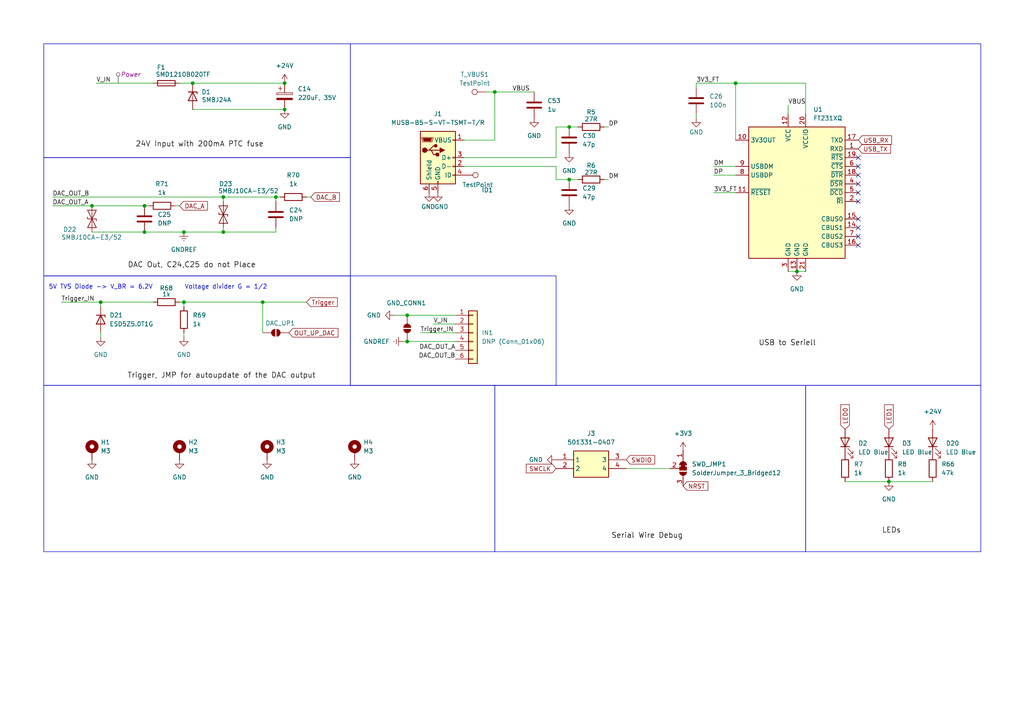
<source format=kicad_sch>
(kicad_sch (version 20231120) (generator "eeschema") (generator_version "8.0")
  (paper "A4")
  (lib_symbols
    (symbol "Connector:USB_B_Micro" (pin_names (offset 1.016))
      (property "Reference" "J" (at -5.08 11.43 0))
      (property "Value" "USB_B_Micro" (at -5.08 8.89 0))
      (symbol "USB_B_Micro_0_1"
        (rectangle (start -5.08 -7.62) (end 5.08 7.62) (stroke (width 0.254)) (fill (type background)))
        (circle (center -3.81 2.159) (radius 0.635) (stroke (width 0.254)) (fill (type outline)))
        (circle (center -0.635 3.429) (radius 0.381) (stroke (width 0.254)) (fill (type outline)))
        (rectangle (start -0.127 -7.62) (end 0.127 -6.858))
        (polyline (pts (xy -1.905 2.159) (xy 0.635 2.159)) (stroke (width 0.254)))
        (polyline (pts (xy -3.175 2.159) (xy -2.54 2.159) (xy -1.27 3.429) (xy -0.635 3.429)) (stroke (width 0.254)))
        (polyline (pts (xy -2.54 2.159) (xy -1.905 2.159) (xy -1.27 0.889) (xy 0 0.889)) (stroke (width 0.254)))
        (polyline (pts (xy 0.635 2.794) (xy 0.635 1.524) (xy 1.905 2.159) (xy 0.635 2.794)) (stroke (width 0.254)) (fill (type outline)))
        (polyline (pts (xy -4.318 5.588) (xy -1.778 5.588) (xy -2.032 4.826) (xy -4.064 4.826) (xy -4.318 5.588)) (fill (type outline)))
        (polyline (pts (xy -4.699 5.842) (xy -4.699 5.588) (xy -4.445 4.826) (xy -4.445 4.572) (xy -1.651 4.572) (xy -1.651 4.826) (xy -1.397 5.588) (xy -1.397 5.842) (xy -4.699 5.842)))
        (rectangle (start 0.254 1.27) (end -0.508 0.508) (stroke (width 0.254)) (fill (type outline)))
        (rectangle (start 5.08 -5.207) (end 4.318 -4.953))
        (rectangle (start 5.08 -2.667) (end 4.318 -2.413))
        (rectangle (start 5.08 -0.127) (end 4.318 0.127))
        (rectangle (start 5.08 4.953) (end 4.318 5.207))
      )
      (symbol "USB_B_Micro_1_1"
        (pin power_out line (at 7.62 5.08 180) (length 2.54) (name "VBUS") (number "1"))
        (pin bidirectional line (at 7.62 -2.54 180) (length 2.54) (name "D-") (number "2"))
        (pin bidirectional line (at 7.62 0 180) (length 2.54) (name "D+") (number "3"))
        (pin passive line (at 7.62 -5.08 180) (length 2.54) (name "ID") (number "4"))
        (pin power_out line (at 0 -10.16 90) (length 2.54) (name "GND") (number "5"))
        (pin passive line (at -2.54 -10.16 90) (length 2.54) (name "Shield") (number "6"))
      )
    )
    (symbol "Connector_Generic:Conn_01x06" (pin_names (offset 1.016) hide)
      (property "Reference" "J" (at 0 7.62 0))
      (property "Value" "Conn_01x06" (at 0 -10.16 0))
      (symbol "Conn_01x06_1_1"
        (rectangle (start -1.27 -7.493) (end 0 -7.747) (stroke (width 0.1524)))
        (rectangle (start -1.27 -4.953) (end 0 -5.207) (stroke (width 0.1524)))
        (rectangle (start -1.27 -2.413) (end 0 -2.667) (stroke (width 0.1524)))
        (rectangle (start -1.27 0.127) (end 0 -0.127) (stroke (width 0.1524)))
        (rectangle (start -1.27 2.667) (end 0 2.413) (stroke (width 0.1524)))
        (rectangle (start -1.27 5.207) (end 0 4.953) (stroke (width 0.1524)))
        (rectangle (start -1.27 6.35) (end 1.27 -8.89) (stroke (width 0.254)) (fill (type background)))
        (pin passive line (at -5.08 5.08 0) (length 3.81) (name "Pin_1") (number "1"))
        (pin passive line (at -5.08 2.54 0) (length 3.81) (name "Pin_2") (number "2"))
        (pin passive line (at -5.08 0 0) (length 3.81) (name "Pin_3") (number "3"))
        (pin passive line (at -5.08 -2.54 0) (length 3.81) (name "Pin_4") (number "4"))
        (pin passive line (at -5.08 -5.08 0) (length 3.81) (name "Pin_5") (number "5"))
        (pin passive line (at -5.08 -7.62 0) (length 3.81) (name "Pin_6") (number "6"))
      )
    )
    (symbol "Diode:PTVS22VZ1USK" (pin_numbers hide) (pin_names hide)
      (property "Reference" "D" (at 0 2.54 0))
      (property "Value" "PTVS22VZ1USK" (at 0 -2.54 0))
      (symbol "PTVS22VZ1USK_0_1"
        (polyline (pts (xy 1.27 0) (xy -1.27 0)))
        (polyline (pts (xy -1.27 -1.27) (xy -1.27 1.27) (xy -0.762 1.27)) (stroke (width 0.254)))
        (polyline (pts (xy 1.27 -1.27) (xy 1.27 1.27) (xy -1.27 0) (xy 1.27 -1.27)) (stroke (width 0.254)))
      )
      (symbol "PTVS22VZ1USK_1_1"
        (pin passive line (at -3.81 0 0) (length 2.54) (name "K") (number "1"))
        (pin passive line (at 3.81 0 180) (length 2.54) (name "A") (number "2"))
      )
    )
    (symbol "Diode:SMAJ7.5CA" (pin_numbers hide) (pin_names (offset 1.016) hide)
      (property "Reference" "D" (at 0 2.54 0))
      (property "Value" "SMAJ7.5CA" (at 0 -2.54 0))
      (symbol "SMAJ7.5CA_0_1"
        (polyline (pts (xy 1.27 0) (xy -1.27 0)))
        (polyline (pts (xy -2.54 -1.27) (xy 0 0) (xy -2.54 1.27) (xy -2.54 -1.27)) (stroke (width 0.2032)))
        (polyline (pts (xy 0.508 1.27) (xy 0 1.27) (xy 0 -1.27) (xy -0.508 -1.27)) (stroke (width 0.2032)))
        (polyline (pts (xy 2.54 1.27) (xy 2.54 -1.27) (xy 0 0) (xy 2.54 1.27)) (stroke (width 0.2032)))
      )
      (symbol "SMAJ7.5CA_1_1"
        (pin passive line (at -3.81 0 0) (length 2.54) (name "A1") (number "1"))
        (pin passive line (at 3.81 0 180) (length 2.54) (name "A2") (number "2"))
      )
    )
    (symbol "Jumper:SolderJumper_3_Bridged12" (pin_names (offset 0) hide) (exclude_from_sim yes) (in_bom no)
      (property "Reference" "JP" (at -2.54 -2.54 0))
      (property "Value" "SolderJumper_3_Bridged12" (at 0 2.794 0))
      (symbol "SolderJumper_3_Bridged12_0_1"
        (rectangle (start -1.016 0.508) (end -0.508 -0.508) (fill (type outline)))
        (arc (start -1.016 1.016) (mid -2.0276 0) (end -1.016 -1.016))
        (arc (start -1.016 1.016) (mid -2.0276 0) (end -1.016 -1.016) (fill (type outline)))
        (rectangle (start -0.508 1.016) (end 0.508 -1.016) (fill (type outline)))
        (polyline (pts (xy -2.54 0) (xy -2.032 0)))
        (polyline (pts (xy -1.016 1.016) (xy -1.016 -1.016)))
        (polyline (pts (xy 0 -1.27) (xy 0 -1.016)))
        (polyline (pts (xy 1.016 1.016) (xy 1.016 -1.016)))
        (polyline (pts (xy 2.54 0) (xy 2.032 0)))
        (arc (start 1.016 -1.016) (mid 2.0276 0) (end 1.016 1.016))
        (arc (start 1.016 -1.016) (mid 2.0276 0) (end 1.016 1.016) (fill (type outline)))
      )
      (symbol "SolderJumper_3_Bridged12_1_1"
        (pin passive line (at -5.08 0 0) (length 2.54) (name "A") (number "1"))
        (pin passive line (at 0 -3.81 90) (length 2.54) (name "C") (number "2"))
        (pin passive line (at 5.08 0 180) (length 2.54) (name "B") (number "3"))
      )
    )
    (symbol "Lib:+24V" (power) (pin_numbers hide) (pin_names (offset 0) hide)
      (property "Value" "+24V" (at 0 3.556 0))
      (symbol "+24V_0_1"
        (polyline (pts (xy -0.762 1.27) (xy 0 2.54)))
        (polyline (pts (xy 0 0) (xy 0 2.54)))
        (polyline (pts (xy 0 2.54) (xy 0.762 1.27)))
      )
      (symbol "+24V_1_1"
        (pin power_in line (at 0 0 90) (length 0) (name "~") (number "1"))
      )
    )
    (symbol "Lib:+3V3" (power) (pin_numbers hide) (pin_names (offset 0) hide)
      (property "Value" "+3V3" (at 0 3.556 0))
      (symbol "+3V3_0_1"
        (polyline (pts (xy -0.762 1.27) (xy 0 2.54)))
        (polyline (pts (xy 0 0) (xy 0 2.54)))
        (polyline (pts (xy 0 2.54) (xy 0.762 1.27)))
      )
      (symbol "+3V3_1_1"
        (pin power_in line (at 0 0 90) (length 0) (name "~") (number "1"))
      )
    )
    (symbol "Lib:501331-0407"
      (property "Reference" "J" (at 16.51 7.62 0))
      (property "Value" "501331-0407" (at 16.51 5.08 0))
      (symbol "501331-0407_1_1"
        (rectangle (start 5.08 2.54) (end 15.24 -5.08) (stroke (width 0.254)) (fill (type background)))
        (pin passive line (at 0 0 0) (length 5.08) (name "1") (number "1"))
        (pin passive line (at 0 -2.54 0) (length 5.08) (name "2") (number "2"))
        (pin passive line (at 20.32 0 180) (length 5.08) (name "3") (number "3"))
        (pin passive line (at 20.32 -2.54 180) (length 5.08) (name "4") (number "4"))
      )
    )
    (symbol "Lib:C" (pin_numbers hide) (pin_names (offset 0.254))
      (property "Reference" "C" (at 0.635 2.54 0))
      (property "Value" "C" (at 0.635 -2.54 0))
      (symbol "C_0_1"
        (polyline (pts (xy -2.032 -0.762) (xy 2.032 -0.762)) (stroke (width 0.508)))
        (polyline (pts (xy -2.032 0.762) (xy 2.032 0.762)) (stroke (width 0.508)))
      )
      (symbol "C_1_1"
        (pin passive line (at 0 3.81 270) (length 2.794) (name "~") (number "1"))
        (pin passive line (at 0 -3.81 90) (length 2.794) (name "~") (number "2"))
      )
    )
    (symbol "Lib:C_Polarized" (pin_numbers hide) (pin_names (offset 0.254))
      (property "Reference" "C" (at 0.635 2.54 0))
      (property "Value" "C_Polarized" (at 0.635 -2.54 0))
      (symbol "C_Polarized_0_1"
        (rectangle (start -2.286 0.508) (end 2.286 1.016))
        (polyline (pts (xy -1.778 2.286) (xy -0.762 2.286)))
        (polyline (pts (xy -1.27 2.794) (xy -1.27 1.778)))
        (rectangle (start 2.286 -0.508) (end -2.286 -1.016) (fill (type outline)))
      )
      (symbol "C_Polarized_1_1"
        (pin passive line (at 0 3.81 270) (length 2.794) (name "~") (number "1"))
        (pin passive line (at 0 -3.81 90) (length 2.794) (name "~") (number "2"))
      )
    )
    (symbol "Lib:FT231XQ"
      (property "Reference" "U" (at -13.97 20.32 0))
      (property "Value" "FT231XQ" (at 6.35 20.32 0))
      (symbol "FT231XQ_0_1"
        (rectangle (start -13.97 19.05) (end 13.97 -19.05) (stroke (width 0.254)) (fill (type background)))
      )
      (symbol "FT231XQ_1_1"
        (pin input line (at 17.78 12.7 180) (length 3.81) (name "RXD") (number "1"))
        (pin power_out line (at -17.78 15.24 0) (length 3.81) (name "3V3OUT") (number "10"))
        (pin input line (at -17.78 0 0) (length 3.81) (name "~{RESET}") (number "11"))
        (pin power_in line (at -2.54 22.86 270) (length 3.81) (name "VCC") (number "12"))
        (pin power_in line (at 0 -22.86 90) (length 3.81) (name "GND") (number "13"))
        (pin bidirectional line (at 17.78 -10.16 180) (length 3.81) (name "CBUS1") (number "14"))
        (pin bidirectional line (at 17.78 -7.62 180) (length 3.81) (name "CBUS0") (number "15"))
        (pin bidirectional line (at 17.78 -15.24 180) (length 3.81) (name "CBUS3") (number "16"))
        (pin output line (at 17.78 15.24 180) (length 3.81) (name "TXD") (number "17"))
        (pin output line (at 17.78 5.08 180) (length 3.81) (name "~{DTR}") (number "18"))
        (pin output line (at 17.78 10.16 180) (length 3.81) (name "~{RTS}") (number "19"))
        (pin input line (at 17.78 -2.54 180) (length 3.81) (name "~{RI}") (number "2"))
        (pin power_in line (at 2.54 22.86 270) (length 3.81) (name "VCCIO") (number "20"))
        (pin power_in line (at 2.54 -22.86 90) (length 3.81) (name "GND") (number "21"))
        (pin power_in line (at -2.54 -22.86 90) (length 3.81) (name "GND") (number "3"))
        (pin input line (at 17.78 2.54 180) (length 3.81) (name "~{DSR}") (number "4"))
        (pin input line (at 17.78 0 180) (length 3.81) (name "~{DCD}") (number "5"))
        (pin input line (at 17.78 7.62 180) (length 3.81) (name "~{CTS}") (number "6"))
        (pin bidirectional line (at 17.78 -12.7 180) (length 3.81) (name "CBUS2") (number "7"))
        (pin bidirectional line (at -17.78 5.08 0) (length 3.81) (name "USBDP") (number "8"))
        (pin bidirectional line (at -17.78 7.62 0) (length 3.81) (name "USBDM") (number "9"))
      )
    )
    (symbol "Lib:Fuse" (pin_numbers hide) (pin_names (offset 0))
      (property "Reference" "F" (at 2.032 0 90))
      (property "Value" "Fuse" (at -1.905 0 90))
      (symbol "Fuse_0_1"
        (rectangle (start -0.762 -2.54) (end 0.762 2.54) (stroke (width 0.254)))
        (polyline (pts (xy 0 2.54) (xy 0 -2.54)))
      )
      (symbol "Fuse_1_1"
        (pin passive line (at 0 3.81 270) (length 1.27) (name "~") (number "1"))
        (pin passive line (at 0 -3.81 90) (length 1.27) (name "~") (number "2"))
      )
    )
    (symbol "Lib:GND" (power) (pin_numbers hide) (pin_names (offset 0) hide)
      (property "Value" "GND" (at 0 -3.81 0))
      (symbol "GND_0_1"
        (polyline (pts (xy 0 0) (xy 0 -1.27) (xy 1.27 -1.27) (xy 0 -2.54) (xy -1.27 -1.27) (xy 0 -1.27)))
      )
      (symbol "GND_1_1"
        (pin power_in line (at 0 0 270) (length 0) (name "~") (number "1"))
      )
    )
    (symbol "Lib:LED" (pin_numbers hide) (pin_names (offset 1.016) hide)
      (property "Reference" "D" (at 0 2.54 0))
      (property "Value" "LED" (at 0 -2.54 0))
      (symbol "LED_0_1"
        (polyline (pts (xy -1.27 -1.27) (xy -1.27 1.27)) (stroke (width 0.254)))
        (polyline (pts (xy -1.27 0) (xy 1.27 0)))
        (polyline (pts (xy 1.27 -1.27) (xy 1.27 1.27) (xy -1.27 0) (xy 1.27 -1.27)) (stroke (width 0.254)))
        (polyline (pts (xy -3.048 -0.762) (xy -4.572 -2.286) (xy -3.81 -2.286) (xy -4.572 -2.286) (xy -4.572 -1.524)))
        (polyline (pts (xy -1.778 -0.762) (xy -3.302 -2.286) (xy -2.54 -2.286) (xy -3.302 -2.286) (xy -3.302 -1.524)))
      )
      (symbol "LED_1_1"
        (pin passive line (at -3.81 0 0) (length 2.54) (name "K") (number "1"))
        (pin passive line (at 3.81 0 180) (length 2.54) (name "A") (number "2"))
      )
    )
    (symbol "Lib:R" (pin_numbers hide) (pin_names (offset 0))
      (property "Reference" "R" (at 2.032 0 90))
      (property "Value" "R" (at 0 0 90))
      (symbol "R_0_1"
        (rectangle (start -1.016 -2.54) (end 1.016 2.54) (stroke (width 0.254)))
      )
      (symbol "R_1_1"
        (pin passive line (at 0 3.81 270) (length 1.27) (name "~") (number "1"))
        (pin passive line (at 0 -3.81 90) (length 1.27) (name "~") (number "2"))
      )
    )
    (symbol "Lib:SolderJumper_2_Open" (pin_numbers hide) (pin_names (offset 0) hide) (exclude_from_sim yes) (in_bom no)
      (property "Reference" "JP" (at 0 2.032 0))
      (property "Value" "SolderJumper_2_Open" (at 0 -2.54 0))
      (symbol "SolderJumper_2_Open_0_1"
        (arc (start -0.254 1.016) (mid -1.2656 0) (end -0.254 -1.016))
        (arc (start -0.254 1.016) (mid -1.2656 0) (end -0.254 -1.016) (fill (type outline)))
        (polyline (pts (xy -0.254 1.016) (xy -0.254 -1.016)))
        (polyline (pts (xy 0.254 1.016) (xy 0.254 -1.016)))
        (arc (start 0.254 -1.016) (mid 1.2656 0) (end 0.254 1.016))
        (arc (start 0.254 -1.016) (mid 1.2656 0) (end 0.254 1.016) (fill (type outline)))
      )
      (symbol "SolderJumper_2_Open_1_1"
        (pin passive line (at -3.81 0 0) (length 2.54) (name "A") (number "1"))
        (pin passive line (at 3.81 0 180) (length 2.54) (name "B") (number "2"))
      )
    )
    (symbol "Lib:TestPoint" (pin_numbers hide) (pin_names (offset 0.762) hide)
      (property "Reference" "TP" (at 0 6.858 0))
      (property "Value" "TestPoint" (at 0 5.08 0))
      (symbol "TestPoint_0_1"
        (circle (center 0 3.302) (radius 0.762))
      )
      (symbol "TestPoint_1_1"
        (pin passive line (at 0 0 90) (length 2.54) (name "1") (number "1"))
      )
    )
    (symbol "Mechanical:MountingHole_Pad_MP" (pin_numbers hide) (pin_names (offset 1.016) hide) (exclude_from_sim yes) (in_bom no)
      (property "Reference" "H" (at 0 6.35 0))
      (property "Value" "MountingHole_Pad_MP" (at 0 4.445 0))
      (symbol "MountingHole_Pad_MP_0_1"
        (circle (center 0 1.27) (radius 1.27) (stroke (width 1.27)))
      )
      (symbol "MountingHole_Pad_MP_1_1"
        (pin input line (at 0 -2.54 90) (length 2.54) (name "MP") (number "MP"))
      )
    )
    (symbol "power:GNDREF" (power) (pin_numbers hide) (pin_names (offset 0) hide)
      (property "Value" "GNDREF" (at 0 -3.81 0))
      (symbol "GNDREF_0_1"
        (polyline (pts (xy -0.635 -1.905) (xy 0.635 -1.905)))
        (polyline (pts (xy -0.127 -2.54) (xy 0.127 -2.54)))
        (polyline (pts (xy 0 -1.27) (xy 0 0)))
        (polyline (pts (xy 1.27 -1.27) (xy -1.27 -1.27)))
      )
      (symbol "GNDREF_1_1"
        (pin power_in line (at 0 0 270) (length 0) (name "~") (number "1"))
      )
    )
  )
  (junction (at 80.01 57.15))
  (junction (at 213.36 24.13))
  (junction (at 118.11 99.06))
  (junction (at 26.67 59.69))
  (junction (at 82.55 24.13))
  (junction (at 41.91 59.69))
  (junction (at 82.55 31.75))
  (junction (at 64.77 57.15))
  (junction (at 64.77 67.31))
  (junction (at 143.51 26.67))
  (junction (at 165.1 36.83))
  (junction (at 53.34 87.63))
  (junction (at 29.21 87.63))
  (junction (at 41.91 67.31))
  (junction (at 76.2 87.63))
  (junction (at 53.34 67.31))
  (junction (at 55.88 24.13))
  (junction (at 257.81 139.7))
  (junction (at 165.1 52.07))
  (junction (at 118.11 91.44))
  (junction (at 231.14 78.74))
  (no_connect (at 248.92 71.12))
  (no_connect (at 248.92 45.72))
  (no_connect (at 248.92 66.04))
  (no_connect (at 248.92 58.42))
  (no_connect (at 248.92 53.34))
  (no_connect (at 248.92 55.88))
  (no_connect (at 248.92 63.5))
  (no_connect (at 248.92 68.58))
  (no_connect (at 248.92 50.8))
  (no_connect (at 248.92 48.26))
  (wire (pts (xy 134.62 40.64) (xy 143.51 40.64)))
  (wire (pts (xy 207.01 55.88) (xy 213.36 55.88)))
  (wire (pts (xy 161.29 48.26) (xy 161.29 52.07)))
  (wire (pts (xy 213.36 24.13) (xy 213.36 40.64)))
  (wire (pts (xy 76.2 87.63) (xy 76.2 96.52)))
  (wire (pts (xy 55.88 31.75) (xy 82.55 31.75)))
  (wire (pts (xy 64.77 57.15) (xy 80.01 57.15)))
  (wire (pts (xy 181.61 135.89) (xy 194.31 135.89)))
  (wire (pts (xy 50.8 59.69) (xy 52.07 59.69)))
  (wire (pts (xy 121.92 96.52) (xy 132.08 96.52)))
  (wire (pts (xy 231.14 78.74) (xy 233.68 78.74)))
  (wire (pts (xy 80.01 67.31) (xy 80.01 66.04)))
  (wire (pts (xy 233.68 33.02) (xy 233.68 24.13)))
  (wire (pts (xy 17.78 87.63) (xy 29.21 87.63)))
  (wire (pts (xy 201.93 33.02) (xy 201.93 34.29)))
  (wire (pts (xy 167.64 36.83) (xy 165.1 36.83)))
  (wire (pts (xy 257.81 139.7) (xy 270.51 139.7)))
  (wire (pts (xy 55.88 24.13) (xy 82.55 24.13)))
  (wire (pts (xy 29.21 88.9) (xy 29.21 87.63)))
  (wire (pts (xy 27.94 24.13) (xy 44.45 24.13)))
  (wire (pts (xy 161.29 36.83) (xy 165.1 36.83)))
  (wire (pts (xy 52.07 87.63) (xy 53.34 87.63)))
  (wire (pts (xy 125.73 93.98) (xy 132.08 93.98)))
  (wire (pts (xy 15.24 57.15) (xy 64.77 57.15)))
  (wire (pts (xy 53.34 67.31) (xy 64.77 67.31)))
  (wire (pts (xy 143.51 40.64) (xy 143.51 26.67)))
  (wire (pts (xy 161.29 52.07) (xy 165.1 52.07)))
  (wire (pts (xy 15.24 59.69) (xy 26.67 59.69)))
  (wire (pts (xy 64.77 58.42) (xy 64.77 57.15)))
  (wire (pts (xy 64.77 67.31) (xy 64.77 66.04)))
  (wire (pts (xy 29.21 97.79) (xy 29.21 96.52)))
  (wire (pts (xy 41.91 67.31) (xy 53.34 67.31)))
  (wire (pts (xy 114.3 91.44) (xy 118.11 91.44)))
  (wire (pts (xy 140.97 26.67) (xy 143.51 26.67)))
  (wire (pts (xy 26.67 67.31) (xy 41.91 67.31)))
  (wire (pts (xy 29.21 87.63) (xy 44.45 87.63)))
  (wire (pts (xy 41.91 59.69) (xy 43.18 59.69)))
  (wire (pts (xy 53.34 97.79) (xy 53.34 96.52)))
  (wire (pts (xy 81.28 57.15) (xy 80.01 57.15)))
  (wire (pts (xy 88.9 87.63) (xy 76.2 87.63)))
  (wire (pts (xy 53.34 88.9) (xy 53.34 87.63)))
  (wire (pts (xy 134.62 45.72) (xy 161.29 45.72)))
  (wire (pts (xy 53.34 87.63) (xy 76.2 87.63)))
  (wire (pts (xy 228.6 78.74) (xy 231.14 78.74)))
  (wire (pts (xy 64.77 67.31) (xy 80.01 67.31)))
  (wire (pts (xy 176.53 36.83) (xy 175.26 36.83)))
  (wire (pts (xy 143.51 26.67) (xy 154.94 26.67)))
  (wire (pts (xy 228.6 30.48) (xy 228.6 33.02)))
  (wire (pts (xy 52.07 24.13) (xy 55.88 24.13)))
  (wire (pts (xy 207.01 48.26) (xy 213.36 48.26)))
  (wire (pts (xy 165.1 52.07) (xy 167.64 52.07)))
  (wire (pts (xy 118.11 99.06) (xy 132.08 99.06)))
  (wire (pts (xy 233.68 24.13) (xy 213.36 24.13)))
  (wire (pts (xy 90.17 57.15) (xy 88.9 57.15)))
  (wire (pts (xy 207.01 50.8) (xy 213.36 50.8)))
  (wire (pts (xy 201.93 24.13) (xy 201.93 25.4)))
  (wire (pts (xy 245.11 139.7) (xy 257.81 139.7)))
  (wire (pts (xy 80.01 58.42) (xy 80.01 57.15)))
  (wire (pts (xy 116.84 99.06) (xy 118.11 99.06)))
  (wire (pts (xy 213.36 24.13) (xy 201.93 24.13)))
  (wire (pts (xy 161.29 45.72) (xy 161.29 36.83)))
  (wire (pts (xy 134.62 48.26) (xy 161.29 48.26)))
  (wire (pts (xy 26.67 59.69) (xy 41.91 59.69)))
  (wire (pts (xy 176.53 52.07) (xy 175.26 52.07)))
  (wire (pts (xy 118.11 91.44) (xy 132.08 91.44)))
  (rectangle (start 233.68 111.76) (end 284.48 160.02))
  (rectangle (start 101.6 12.7) (end 284.48 111.76))
  (rectangle (start 12.7 80.01) (end 101.6 111.76))
  (rectangle (start 12.7 45.72) (end 101.6 80.01))
  (rectangle (start 12.7 111.76) (end 143.51 160.02))
  (rectangle (start 12.7 12.7) (end 101.6 45.72))
  (rectangle (start 101.6 80.01) (end 161.29 111.76))
  (rectangle (start 143.51 111.76) (end 233.68 160.02))
  (text "DAC Out, C24,C25 do not Place" (at 55.626 76.962 0) (effects (font (size 1.524 1.524))))
  (text "24V Input with 200mA PTC fuse\n" (at 57.912 41.91 0) (effects (font (size 1.524 1.524))))
  (text "LEDs" (at 258.572 153.924 0) (effects (font (size 1.524 1.524))))
  (text "Trigger, JMP for autoupdate of the DAC output\n\n" (at 64.262 110.236 0) (effects (font (size 1.524 1.524))))
  (text "Serial Wire Debug" (at 187.706 155.448 0) (effects (font (size 1.524 1.524))))
  (text "USB to Seriell" (at 228.346 99.568 0) (effects (font (size 1.524 1.524))))
  (text "5V TVS Diode -> V_BR = 6.2V" (at 29.21 83.312 0) (effects (font (size 1.27 1.27))))
  (text "Voltage divider G = 1/2" (at 65.532 83.312 0) (effects (font (size 1.27 1.27))))
  (label "VBUS" (at 228.6 30.48 0))
  (label "DP" (at 176.53 36.83 0))
  (label "Trigger_IN" (at 121.92 96.52 0))
  (label "V_IN" (at 125.73 93.98 0))
  (label "V_IN" (at 27.94 24.13 0))
  (label "DP" (at 207.01 50.8 0))
  (label "Trigger_IN" (at 17.78 87.63 0))
  (label "DM" (at 176.53 52.07 0))
  (label "3V3_FT" (at 201.93 24.13 0))
  (label "DM" (at 207.01 48.26 0))
  (label "DAC_OUT_A" (at 132.08 101.6 180))
  (label "DAC_OUT_B" (at 132.08 104.14 180))
  (label "DAC_OUT_A" (at 15.24 59.69 0))
  (label "DAC_OUT_B" (at 15.24 57.15 0))
  (label "3V3_FT" (at 207.01 55.88 0))
  (label "VBUS" (at 148.59 26.67 0))
  (global_label "DAC_B" (shape input) (at 90.17 57.15 0) (property "Intersheetrefs" "${INTERSHEET_REFS}" (effects (hide yes))))
  (global_label "SWDIO" (shape input) (at 181.61 133.35 0) (property "Intersheetrefs" "${INTERSHEET_REFS}" (effects (hide yes))))
  (global_label "OUT_UP_DAC" (shape input) (at 83.82 96.52 0) (property "Intersheetrefs" "${INTERSHEET_REFS}" (effects (hide yes))))
  (global_label "SWCLK" (shape input) (at 161.29 135.89 180) (property "Intersheetrefs" "${INTERSHEET_REFS}" (effects (hide yes))))
  (global_label "DAC_A" (shape input) (at 52.07 59.69 0) (property "Intersheetrefs" "${INTERSHEET_REFS}" (effects (hide yes))))
  (global_label "Trigger" (shape input) (at 88.9 87.63 0) (property "Intersheetrefs" "${INTERSHEET_REFS}" (effects (hide yes))))
  (global_label "LED1" (shape input) (at 257.81 124.46 90) (property "Intersheetrefs" "${INTERSHEET_REFS}" (effects (hide yes))))
  (global_label "USB_RX" (shape input) (at 248.92 40.64 0) (property "Intersheetrefs" "${INTERSHEET_REFS}" (effects (hide yes))))
  (global_label "LED0" (shape input) (at 245.11 124.46 90) (property "Intersheetrefs" "${INTERSHEET_REFS}" (effects (hide yes))))
  (global_label "USB_TX" (shape input) (at 248.92 43.18 0) (property "Intersheetrefs" "${INTERSHEET_REFS}" (effects (hide yes))))
  (global_label "NRST" (shape input) (at 198.12 140.97 0) (property "Intersheetrefs" "${INTERSHEET_REFS}" (effects (hide yes))))
  (netclass_flag "" (length 2.54) (shape round) (at 34.29 24.13 0) (property "Netclass" "Power" (at 34.9885 21.59 0) (effects (font (italic yes)) (justify left))))
  (symbol (lib_id "Lib:Fuse") (at 48.26 24.13 90) (unit 1)
    (property "Reference" "F1" (at 46.736 19.558 90))
    (property "Value" "SMD1210B020TF" (at 53.086 21.59 90))
    (property "Footprint" "Fuse:Fuse_1210_3225Metric" (effects (hide yes)))
    (property "Description" "Fuse" (effects (hide yes)))
  )
  (symbol (lib_id "Lib:LED") (at 257.81 128.27 90) (unit 1)
    (property "Reference" "D3" (at 261.62 128.5874 90) (effects (justify right)))
    (property "Value" "LED Blue" (at 261.62 131.1274 90) (effects (justify right)))
    (property "Footprint" "LED_SMD:LED_0603_1608Metric" (effects (hide yes)))
    (property "Description" "Light emitting diode" (effects (hide yes)))
  )
  (symbol (lib_id "Lib:GND") (at 26.67 133.35 0) (unit 1)
    (property "Reference" "#PWR0141" (effects (hide yes)))
    (property "Value" "GND" (at 26.67 138.43 0))
    (property "Description" "Power symbol creates a global label with name \"GND\" , ground" (effects (hide yes)))
  )
  (symbol (lib_id "Lib:C") (at 41.91 63.5 0) (unit 1)
    (property "Reference" "C25" (at 45.72 62.2299 0) (effects (justify left)))
    (property "Value" "DNP" (at 45.72 64.7699 0) (effects (justify left)))
    (property "Footprint" "Capacitor_SMD:C_0603_1608Metric" (effects (hide yes)))
    (property "Description" "Unpolarized capacitor" (effects (hide yes)))
  )
  (symbol (lib_id "Lib:+24V") (at 82.55 24.13 0) (unit 1)
    (property "Reference" "#PWR033" (effects (hide yes)))
    (property "Value" "+24V" (at 82.55 19.05 0))
    (property "Description" "Power symbol creates a global label with name \"+24V\"" (effects (hide yes)))
  )
  (symbol (lib_id "Lib:R") (at 171.45 36.83 90) (unit 1)
    (property "Reference" "R5" (at 171.45 32.512 90))
    (property "Value" "27R" (at 171.45 34.544 90))
    (property "Footprint" "Resistor_SMD:R_0603_1608Metric" (effects (hide yes)))
    (property "Description" "Resistor" (effects (hide yes)))
  )
  (symbol (lib_id "Lib:+3V3") (at 198.12 130.81 0) (unit 1)
    (property "Reference" "#PWR085" (effects (hide yes)))
    (property "Value" "+3V3" (at 198.12 125.73 0))
    (property "Description" "Power symbol creates a global label with name \"+3V3\"" (effects (hide yes)))
  )
  (symbol (lib_id "Lib:+24V") (at 270.51 124.46 0) (unit 1)
    (property "Reference" "#PWR055" (effects (hide yes)))
    (property "Value" "+24V" (at 270.51 119.38 0))
    (property "Description" "Power symbol creates a global label with name \"+24V\"" (effects (hide yes)))
  )
  (symbol (lib_id "Diode:PTVS22VZ1USK") (at 29.21 92.71 270) (unit 1)
    (property "Reference" "D21" (at 31.75 91.4399 90) (effects (justify left)))
    (property "Value" "ESD5Z5.0T1G" (at 31.75 93.9799 90) (effects (justify left)))
    (property "Footprint" "Diode_SMD:D_SOD-523" (effects (hide yes)))
    (property "Datasheet" "https://assets.nexperia.com/documents/data-sheet/PTVS22VZ1USK.pdf" (effects (hide yes)))
    (property "Description" "22V, 1900W TVS unidirectional diode, DSN1608-2" (effects (hide yes)))
  )
  (symbol (lib_id "Lib:GND") (at 257.81 139.7 0) (unit 1)
    (property "Reference" "#PWR086" (effects (hide yes)))
    (property "Value" "GND" (at 257.81 144.78 0))
    (property "Description" "Power symbol creates a global label with name \"GND\" , ground" (effects (hide yes)))
  )
  (symbol (lib_id "Diode:SMAJ7.5CA") (at 64.77 62.23 90) (unit 1)
    (property "Reference" "D23" (at 63.5 53.34 90) (effects (justify right)))
    (property "Value" "SMBJ10CA-E3/52" (at 63.246 55.372 90) (effects (justify right)))
    (property "Footprint" "Diode_SMD:D_SMB" (effects (hide yes)))
    (property "Datasheet" "https://www.littelfuse.com/media?resourcetype=datasheets&itemid=75e32973-b177-4ee3-a0ff-cedaf1abdb93&filename=smaj-datasheet" (effects (hide yes)))
    (property "Description" "400W bidirectional Transient Voltage Suppressor, 7.5Vr, SMA(DO-214AC)" (effects (hide yes)))
  )
  (symbol (lib_id "Lib:TestPoint") (at 134.62 50.8 270) (mirror x) (unit 1)
    (property "Reference" "ID1" (at 143.002 55.118 90) (effects (justify right)))
    (property "Value" "TestPoint" (at 143.002 53.594 90) (effects (justify right)))
    (property "Footprint" "TestPoint:TestPoint_Pad_D1.5mm" (effects (hide yes)))
    (property "Description" "test point" (effects (hide yes)))
  )
  (symbol (lib_id "Lib:GND") (at 53.34 97.79 0) (unit 1)
    (property "Reference" "#PWR0137" (effects (hide yes)))
    (property "Value" "GND" (at 53.34 102.87 0))
    (property "Description" "Power symbol creates a global label with name \"GND\" , ground" (effects (hide yes)))
  )
  (symbol (lib_id "Lib:LED") (at 270.51 128.27 90) (unit 1)
    (property "Reference" "D20" (at 274.32 128.5874 90) (effects (justify right)))
    (property "Value" "LED Blue" (at 274.32 131.1274 90) (effects (justify right)))
    (property "Footprint" "LED_SMD:LED_0603_1608Metric" (effects (hide yes)))
    (property "Description" "Light emitting diode" (effects (hide yes)))
  )
  (symbol (lib_id "Lib:R") (at 48.26 87.63 90) (unit 1)
    (property "Reference" "R68" (at 48.26 83.566 90))
    (property "Value" "1k" (at 48.26 85.344 90))
    (property "Footprint" "Resistor_SMD:R_0603_1608Metric" (effects (hide yes)))
    (property "Description" "Resistor" (effects (hide yes)))
  )
  (symbol (lib_id "Lib:GND") (at 231.14 78.74 0) (unit 1)
    (property "Reference" "#PWR052" (effects (hide yes)))
    (property "Value" "GND" (at 231.14 83.82 0))
    (property "Description" "Power symbol creates a global label with name \"GND\" , ground" (effects (hide yes)))
  )
  (symbol (lib_id "Lib:R") (at 245.11 135.89 0) (unit 1)
    (property "Reference" "R7" (at 247.65 134.6199 0) (effects (justify left)))
    (property "Value" "1k" (at 247.65 137.1599 0) (effects (justify left)))
    (property "Footprint" "Resistor_SMD:R_0603_1608Metric" (effects (hide yes)))
    (property "Description" "Resistor" (effects (hide yes)))
  )
  (symbol (lib_id "Diode:SMAJ7.5CA") (at 26.67 63.5 90) (unit 1)
    (property "Reference" "D22" (at 18.288 66.548 90) (effects (justify right)))
    (property "Value" "SMBJ10CA-E3/52" (at 17.78 68.834 90) (effects (justify right)))
    (property "Footprint" "Diode_SMD:D_SMB" (effects (hide yes)))
    (property "Datasheet" "https://www.littelfuse.com/media?resourcetype=datasheets&itemid=75e32973-b177-4ee3-a0ff-cedaf1abdb93&filename=smaj-datasheet" (effects (hide yes)))
    (property "Description" "400W bidirectional Transient Voltage Suppressor, 7.5Vr, SMA(DO-214AC)" (effects (hide yes)))
  )
  (symbol (lib_id "Lib:SolderJumper_2_Open") (at 80.01 96.52 0) (unit 1) (exclude_from_sim yes) (in_bom no)
    (property "Reference" "DAC_UP1" (at 81.28 93.726 0))
    (property "Value" "SolderJumper_2_Open" (effects (hide yes)))
    (property "Footprint" "Jumper:SolderJumper-2_P1.3mm_Open_Pad1.0x1.5mm" (effects (hide yes)))
    (property "Description" "Solder Jumper, 2-pole, open" (effects (hide yes)))
  )
  (symbol (lib_id "power:GNDREF") (at 53.34 67.31 0) (unit 1)
    (property "Reference" "#PWR050" (effects (hide yes)))
    (property "Value" "GNDREF" (at 53.34 72.39 0))
    (property "Description" "Power symbol creates a global label with name \"GNDREF\" , reference supply ground" (effects (hide yes)))
  )
  (symbol (lib_id "Mechanical:MountingHole_Pad_MP") (at 52.07 130.81 0) (unit 1) (exclude_from_sim yes) (in_bom no)
    (property "Reference" "H2" (at 54.61 128.2699 0) (effects (justify left)))
    (property "Value" "M3" (at 54.61 130.8099 0) (effects (justify left)))
    (property "Footprint" "MountingHole:MountingHole_3.2mm_M3_Pad_Via" (effects (hide yes)))
    (property "Description" "Mounting Hole with connection as pad named MP" (effects (hide yes)))
  )
  (symbol (lib_id "Lib:501331-0407") (at 161.29 133.35 0) (unit 1)
    (property "Reference" "J3" (at 171.45 125.73 0))
    (property "Value" "501331-0407" (at 171.45 128.27 0))
    (property "Footprint" "Downloads:501331-0407" (effects (hide yes)))
    (property "Datasheet" "https://datasheet.datasheetarchive.com/originals/distributors/Datasheets-DGA22/2144794.pdf" (effects (hide yes)))
    (property "Description" "MOLEX - 501331-0407. - WIRE-TO-BOARD CONNECTOR, HEADER, 4 POSITION, 1MM" (effects (hide yes)))
    (property "Mouser Part Number" "538-501331-0407" (effects (hide yes)))
    (property "Mouser Price/Stock" "https://www.mouser.co.uk/ProductDetail/Molex/501331-0407?qs=uEWtSLL707WjgxFGXkXwvQ%3D%3D" (effects (hide yes)))
    (property "Manufacturer_Name" "Molex" (effects (hide yes)))
    (property "Manufacturer_Part_Number" "501331-0407" (effects (hide yes)))
  )
  (symbol (lib_id "Lib:R") (at 257.81 135.89 0) (unit 1)
    (property "Reference" "R8" (at 260.35 134.6199 0) (effects (justify left)))
    (property "Value" "1k" (at 260.35 137.1599 0) (effects (justify left)))
    (property "Footprint" "Resistor_SMD:R_0603_1608Metric" (effects (hide yes)))
    (property "Description" "Resistor" (effects (hide yes)))
  )
  (symbol (lib_id "Lib:R") (at 270.51 135.89 0) (unit 1)
    (property "Reference" "R66" (at 273.05 134.6199 0) (effects (justify left)))
    (property "Value" "47k" (at 273.05 137.1599 0) (effects (justify left)))
    (property "Footprint" "Resistor_SMD:R_0603_1608Metric" (effects (hide yes)))
    (property "Description" "Resistor" (effects (hide yes)))
  )
  (symbol (lib_id "Lib:TestPoint") (at 140.97 26.67 90) (unit 1)
    (property "Reference" "T_VBUS1" (at 137.668 21.59 90))
    (property "Value" "TestPoint" (at 137.668 24.13 90))
    (property "Footprint" "TestPoint:TestPoint_Pad_D1.5mm" (effects (hide yes)))
    (property "Description" "test point" (effects (hide yes)))
  )
  (symbol (lib_id "Lib:GND") (at 161.29 133.35 270) (unit 1)
    (property "Reference" "#PWR084" (effects (hide yes)))
    (property "Value" "GND" (at 157.48 133.3499 90) (effects (justify right)))
    (property "Description" "Power symbol creates a global label with name \"GND\" , ground" (effects (hide yes)))
  )
  (symbol (lib_id "Lib:C_Polarized") (at 82.55 27.94 0) (unit 1)
    (property "Reference" "C14" (at 86.36 25.7809 0) (effects (justify left)))
    (property "Value" "220uF, 35V" (at 86.36 28.3209 0) (effects (justify left)))
    (property "Footprint" "Capacitor_SMD:CP_Elec_8x10" (effects (hide yes)))
    (property "Description" "Polarized capacitor" (effects (hide yes)))
  )
  (symbol (lib_id "Lib:C") (at 80.01 62.23 0) (unit 1)
    (property "Reference" "C24" (at 83.82 60.9599 0) (effects (justify left)))
    (property "Value" "DNP" (at 83.82 63.4999 0) (effects (justify left)))
    (property "Footprint" "Capacitor_SMD:C_0603_1608Metric" (effects (hide yes)))
    (property "Description" "Unpolarized capacitor" (effects (hide yes)))
  )
  (symbol (lib_id "Lib:FT231XQ") (at 231.14 55.88 0) (unit 1)
    (property "Reference" "U1" (at 235.8741 31.75 0) (effects (justify left)))
    (property "Value" "FT231XQ" (at 235.8741 34.29 0) (effects (justify left)))
    (property "Footprint" "Package_DFN_QFN:QFN-20-1EP_4x4mm_P0.5mm_EP2.5x2.5mm" (effects (hide yes)))
    (property "Datasheet" "https://www.ftdichip.com/Support/Documents/DataSheets/ICs/DS_FT231X.pdf" (effects (hide yes)))
    (property "Description" "Full Speed USB to Full Handshake UART, QFN-20" (effects (hide yes)))
  )
  (symbol (lib_id "Lib:C") (at 201.93 29.21 0) (unit 1)
    (property "Reference" "C26" (at 205.74 27.9399 0) (effects (justify left)))
    (property "Value" "100n" (at 205.74 30.4799 0) (effects (justify left)))
    (property "Footprint" "Capacitor_SMD:C_0603_1608Metric" (effects (hide yes)))
    (property "Description" "Unpolarized capacitor" (effects (hide yes)))
  )
  (symbol (lib_id "Lib:SolderJumper_2_Open") (at 118.11 95.25 90) (unit 1) (exclude_from_sim yes) (in_bom no)
    (property "Reference" "GND_CONN1" (at 117.856 87.884 90))
    (property "Value" "SolderJumper_2_Closed" (effects (hide yes)))
    (property "Footprint" "Jumper:SolderJumper-2_P1.3mm_Bridged_Pad1.0x1.5mm" (effects (hide yes)))
    (property "Description" "Solder Jumper, 2-pole, open" (effects (hide yes)))
  )
  (symbol (lib_id "Lib:GND") (at 201.93 34.29 0) (unit 1)
    (property "Reference" "#PWR053" (effects (hide yes)))
    (property "Value" "GND" (at 201.93 38.354 0))
    (property "Description" "Power symbol creates a global label with name \"GND\" , ground" (effects (hide yes)))
  )
  (symbol (lib_id "Lib:GND") (at 77.47 133.35 0) (unit 1)
    (property "Reference" "#PWR0143" (effects (hide yes)))
    (property "Value" "GND" (at 77.47 138.43 0))
    (property "Description" "Power symbol creates a global label with name \"GND\" , ground" (effects (hide yes)))
  )
  (symbol (lib_id "Lib:R") (at 171.45 52.07 90) (unit 1)
    (property "Reference" "R6" (at 171.45 48.006 90))
    (property "Value" "27R" (at 171.45 50.038 90))
    (property "Footprint" "Resistor_SMD:R_0603_1608Metric" (effects (hide yes)))
    (property "Description" "Resistor" (effects (hide yes)))
  )
  (symbol (lib_id "Lib:GND") (at 165.1 44.45 0) (unit 1)
    (property "Reference" "#PWR059" (effects (hide yes)))
    (property "Value" "GND" (at 165.1 49.53 0))
    (property "Description" "Power symbol creates a global label with name \"GND\" , ground" (effects (hide yes)))
  )
  (symbol (lib_id "Lib:C") (at 165.1 40.64 0) (unit 1)
    (property "Reference" "C30" (at 168.91 39.3699 0) (effects (justify left)))
    (property "Value" "47p" (at 168.91 41.9099 0) (effects (justify left)))
    (property "Footprint" "Capacitor_SMD:C_0603_1608Metric" (effects (hide yes)))
    (property "Description" "Unpolarized capacitor" (effects (hide yes)))
  )
  (symbol (lib_id "Lib:GND") (at 52.07 133.35 0) (unit 1)
    (property "Reference" "#PWR0142" (effects (hide yes)))
    (property "Value" "GND" (at 52.07 138.43 0))
    (property "Description" "Power symbol creates a global label with name \"GND\" , ground" (effects (hide yes)))
  )
  (symbol (lib_id "Jumper:SolderJumper_3_Bridged12") (at 198.12 135.89 270) (unit 1) (exclude_from_sim yes) (in_bom no)
    (property "Reference" "SWD_JMP1" (at 200.66 134.6199 90) (effects (justify left)))
    (property "Value" "SolderJumper_3_Bridged12" (at 200.66 137.1599 90) (effects (justify left)))
    (property "Footprint" "Jumper:SolderJumper-3_P1.3mm_Bridged12_RoundedPad1.0x1.5mm" (effects (hide yes)))
    (property "Description" "3-pole Solder Jumper, pins 1+2 closed/bridged" (effects (hide yes)))
  )
  (symbol (lib_id "Lib:LED") (at 245.11 128.27 90) (unit 1)
    (property "Reference" "D2" (at 248.92 128.5874 90) (effects (justify right)))
    (property "Value" "LED Blue" (at 248.92 131.1274 90) (effects (justify right)))
    (property "Footprint" "LED_SMD:LED_0603_1608Metric" (effects (hide yes)))
    (property "Description" "Light emitting diode" (effects (hide yes)))
  )
  (symbol (lib_id "Lib:C") (at 165.1 55.88 0) (unit 1)
    (property "Reference" "C29" (at 168.91 54.6099 0) (effects (justify left)))
    (property "Value" "47p" (at 168.91 57.1499 0) (effects (justify left)))
    (property "Footprint" "Capacitor_SMD:C_0603_1608Metric" (effects (hide yes)))
    (property "Description" "Unpolarized capacitor" (effects (hide yes)))
  )
  (symbol (lib_id "Lib:GND") (at 165.1 59.69 0) (unit 1)
    (property "Reference" "#PWR060" (effects (hide yes)))
    (property "Value" "GND" (at 165.1 64.77 0))
    (property "Description" "Power symbol creates a global label with name \"GND\" , ground" (effects (hide yes)))
  )
  (symbol (lib_id "Lib:GND") (at 124.46 55.88 0) (unit 1)
    (property "Reference" "#PWR051" (effects (hide yes)))
    (property "Value" "GND" (at 124.206 59.944 0))
    (property "Description" "Power symbol creates a global label with name \"GND\" , ground" (effects (hide yes)))
  )
  (symbol (lib_id "Lib:R") (at 53.34 92.71 0) (unit 1)
    (property "Reference" "R69" (at 55.88 91.4399 0) (effects (justify left)))
    (property "Value" "1k" (at 55.88 93.9799 0) (effects (justify left)))
    (property "Footprint" "Resistor_SMD:R_0603_1608Metric" (effects (hide yes)))
    (property "Description" "Resistor" (effects (hide yes)))
  )
  (symbol (lib_id "Connector_Generic:Conn_01x06") (at 137.16 96.52 0) (unit 1)
    (property "Reference" "IN1" (at 139.7 96.5199 0) (effects (justify left)))
    (property "Value" "DNP (Conn_01x06)" (at 139.7 99.0599 0) (effects (justify left)))
    (property "Footprint" "Connector_PinHeader_2.54mm:PinHeader_1x06_P2.54mm_Vertical" (effects (hide yes)))
    (property "Description" "Generic connector, single row, 01x06, script generated (kicad-library-utils/schlib/autogen/connector/)" (effects (hide yes)))
  )
  (symbol (lib_id "Lib:GND") (at 127 55.88 0) (unit 1)
    (property "Reference" "#PWR0140" (effects (hide yes)))
    (property "Value" "GND" (at 125.984 59.944 0) (effects (justify left)))
    (property "Description" "Power symbol creates a global label with name \"GND\" , ground" (effects (hide yes)))
  )
  (symbol (lib_id "Lib:R") (at 85.09 57.15 90) (unit 1)
    (property "Reference" "R70" (at 85.09 50.8 90))
    (property "Value" "1k" (at 85.09 53.34 90))
    (property "Footprint" "Resistor_SMD:R_0603_1608Metric" (effects (hide yes)))
    (property "Description" "Resistor" (effects (hide yes)))
  )
  (symbol (lib_id "Mechanical:MountingHole_Pad_MP") (at 102.87 130.81 0) (unit 1) (exclude_from_sim yes) (in_bom no)
    (property "Reference" "H4" (at 105.41 128.2699 0) (effects (justify left)))
    (property "Value" "M3" (at 105.41 130.8099 0) (effects (justify left)))
    (property "Footprint" "MountingHole:MountingHole_3.2mm_M3_Pad_Via" (effects (hide yes)))
    (property "Description" "Mounting Hole with connection as pad named MP" (effects (hide yes)))
  )
  (symbol (lib_id "Lib:R") (at 46.99 59.69 90) (unit 1)
    (property "Reference" "R71" (at 46.99 53.34 90))
    (property "Value" "1k" (at 46.99 55.88 90))
    (property "Footprint" "Resistor_SMD:R_0603_1608Metric" (effects (hide yes)))
    (property "Description" "Resistor" (effects (hide yes)))
  )
  (symbol (lib_id "Mechanical:MountingHole_Pad_MP") (at 26.67 130.81 0) (unit 1) (exclude_from_sim yes) (in_bom no)
    (property "Reference" "H1" (at 29.21 128.2699 0) (effects (justify left)))
    (property "Value" "M3" (at 29.21 130.8099 0) (effects (justify left)))
    (property "Footprint" "MountingHole:MountingHole_3.2mm_M3_Pad_Via" (effects (hide yes)))
    (property "Description" "Mounting Hole with connection as pad named MP" (effects (hide yes)))
  )
  (symbol (lib_id "Lib:GND") (at 154.94 34.29 0) (unit 1)
    (property "Reference" "#PWR093" (effects (hide yes)))
    (property "Value" "GND" (at 154.94 39.37 0))
    (property "Description" "Power symbol creates a global label with name \"GND\" , ground" (effects (hide yes)))
  )
  (symbol (lib_id "Diode:PTVS22VZ1USK") (at 55.88 27.94 270) (unit 1)
    (property "Reference" "D1" (at 58.42 26.6699 90) (effects (justify left)))
    (property "Value" "    SMBJ24A" (at 54.61 28.956 90) (effects (justify left)))
    (property "Footprint" "Diode_SMD:D_SMB" (effects (hide yes)))
    (property "Datasheet" "https://assets.nexperia.com/documents/data-sheet/PTVS22VZ1USK.pdf" (effects (hide yes)))
    (property "Description" "22V, 1900W TVS unidirectional diode, DSN1608-2" (effects (hide yes)))
  )
  (symbol (lib_id "Connector:USB_B_Micro") (at 127 45.72 0) (unit 1)
    (property "Reference" "J1" (at 127 33.02 0))
    (property "Value" "MUSB-B5-S-VT-TSMT-T/R" (at 127 35.56 0))
    (property "Footprint" "Connector_USB:USB_Mini-B_AdamTech_MUSB-B5-S-VT-TSMT-1_SMD_Vertical" (effects (hide yes)))
    (property "Description" "USB Micro Type B connector" (effects (hide yes)))
  )
  (symbol (lib_id "Lib:C") (at 154.94 30.48 0) (unit 1)
    (property "Reference" "C53" (at 158.75 29.2099 0) (effects (justify left)))
    (property "Value" "1u" (at 158.75 31.7499 0) (effects (justify left)))
    (property "Footprint" "Capacitor_SMD:C_0603_1608Metric" (effects (hide yes)))
    (property "Description" "Unpolarized capacitor" (effects (hide yes)))
  )
  (symbol (lib_id "power:GNDREF") (at 116.84 99.06 270) (unit 1)
    (property "Reference" "#PWR0147" (effects (hide yes)))
    (property "Value" "GNDREF" (at 113.03 99.0599 90) (effects (justify right)))
    (property "Description" "Power symbol creates a global label with name \"GNDREF\" , reference supply ground" (effects (hide yes)))
  )
  (symbol (lib_id "Lib:GND") (at 82.55 31.75 0) (unit 1)
    (property "Reference" "#PWR032" (effects (hide yes)))
    (property "Value" "GND" (at 82.55 36.83 0))
    (property "Description" "Power symbol creates a global label with name \"GND\" , ground" (effects (hide yes)))
  )
  (symbol (lib_id "Lib:GND") (at 102.87 133.35 0) (unit 1)
    (property "Reference" "#PWR0144" (effects (hide yes)))
    (property "Value" "GND" (at 102.87 138.43 0))
    (property "Description" "Power symbol creates a global label with name \"GND\" , ground" (effects (hide yes)))
  )
  (symbol (lib_id "Lib:GND") (at 29.21 97.79 0) (unit 1)
    (property "Reference" "#PWR0138" (effects (hide yes)))
    (property "Value" "GND" (at 29.21 102.87 0))
    (property "Description" "Power symbol creates a global label with name \"GND\" , ground" (effects (hide yes)))
  )
  (symbol (lib_id "Lib:GND") (at 114.3 91.44 270) (unit 1)
    (property "Reference" "#PWR0146" (effects (hide yes)))
    (property "Value" "GND" (at 110.49 91.4399 90) (effects (justify right)))
    (property "Description" "Power symbol creates a global label with name \"GND\" , ground" (effects (hide yes)))
  )
  (symbol (lib_id "Mechanical:MountingHole_Pad_MP") (at 77.47 130.81 0) (unit 1) (exclude_from_sim yes) (in_bom no)
    (property "Reference" "H3" (at 80.01 128.2699 0) (effects (justify left)))
    (property "Value" "M3" (at 80.01 130.8099 0) (effects (justify left)))
    (property "Footprint" "MountingHole:MountingHole_3.2mm_M3_Pad_Via" (effects (hide yes)))
    (property "Description" "Mounting Hole with connection as pad named MP" (effects (hide yes)))
  )
)
</source>
